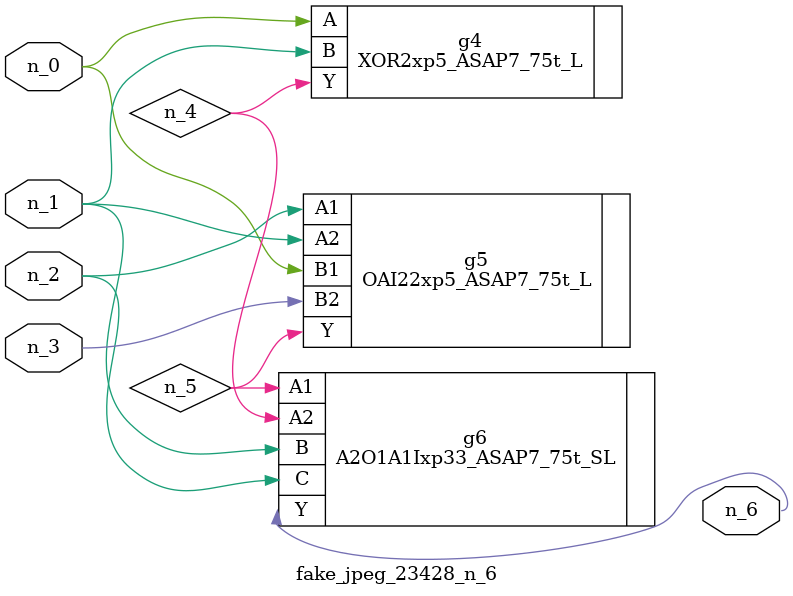
<source format=v>
module fake_jpeg_23428_n_6 (n_0, n_3, n_2, n_1, n_6);

input n_0;
input n_3;
input n_2;
input n_1;

output n_6;

wire n_4;
wire n_5;

XOR2xp5_ASAP7_75t_L g4 ( 
.A(n_0),
.B(n_1),
.Y(n_4)
);

OAI22xp5_ASAP7_75t_L g5 ( 
.A1(n_2),
.A2(n_1),
.B1(n_0),
.B2(n_3),
.Y(n_5)
);

A2O1A1Ixp33_ASAP7_75t_SL g6 ( 
.A1(n_5),
.A2(n_4),
.B(n_1),
.C(n_2),
.Y(n_6)
);


endmodule
</source>
